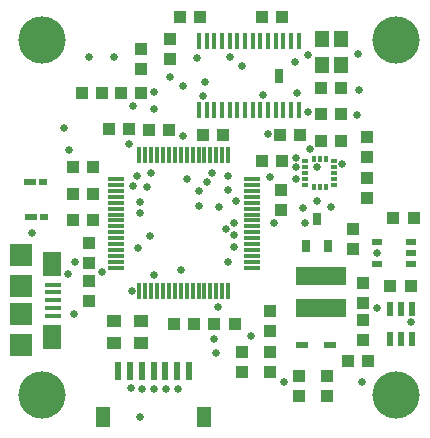
<source format=gbr>
G04 EAGLE Gerber RS-274X export*
G75*
%MOMM*%
%FSLAX34Y34*%
%LPD*%
%INSoldermask Top*%
%IPPOS*%
%AMOC8*
5,1,8,0,0,1.08239X$1,22.5*%
G01*
%ADD10C,4.000000*%
%ADD11R,1.100000X1.000000*%
%ADD12R,1.000000X1.100000*%
%ADD13R,0.700000X1.050000*%
%ADD14R,0.600000X1.250000*%
%ADD15R,0.500000X0.300000*%
%ADD16R,0.300000X0.500000*%
%ADD17R,0.450000X1.475000*%
%ADD18R,0.635000X1.270000*%
%ADD19R,0.300000X1.450000*%
%ADD20R,1.450000X0.300000*%
%ADD21R,4.300000X1.600000*%
%ADD22R,0.700000X0.500000*%
%ADD23R,1.050000X0.500000*%
%ADD24R,0.900000X0.600000*%
%ADD25R,0.600000X1.550000*%
%ADD26R,1.200000X1.800000*%
%ADD27R,1.200000X1.400000*%
%ADD28R,1.300000X1.100000*%
%ADD29R,1.350000X0.400000*%
%ADD30R,1.600000X2.100000*%
%ADD31R,1.900000X1.900000*%
%ADD32R,1.125000X0.500000*%
%ADD33C,0.650000*%


D10*
X45000Y340000D03*
X345000Y340000D03*
X345000Y40000D03*
X45000Y40000D03*
D11*
X342500Y189500D03*
X359500Y189500D03*
X248500Y237500D03*
X231500Y237500D03*
D12*
X320000Y258500D03*
X320000Y241500D03*
D11*
X298500Y255000D03*
X281500Y255000D03*
D12*
X153000Y324000D03*
X153000Y341000D03*
D11*
X263500Y260000D03*
X246500Y260000D03*
X281500Y277500D03*
X298500Y277500D03*
X231500Y360000D03*
X248500Y360000D03*
D12*
X128858Y316044D03*
X128858Y333044D03*
D11*
X198500Y260000D03*
X181500Y260000D03*
X191000Y100000D03*
X208000Y100000D03*
X340000Y132043D03*
X357000Y132043D03*
X118500Y265000D03*
X101500Y265000D03*
D12*
X85000Y136000D03*
X85000Y119000D03*
X247500Y213500D03*
X247500Y196500D03*
D11*
X88500Y232500D03*
X71500Y232500D03*
D12*
X85000Y151500D03*
X85000Y168500D03*
D11*
X173500Y100000D03*
X156500Y100000D03*
D12*
X214500Y59500D03*
X214500Y76500D03*
X317000Y117500D03*
X317000Y134500D03*
X238000Y59500D03*
X238000Y76500D03*
D11*
X304000Y68500D03*
X321000Y68500D03*
D12*
X317000Y103000D03*
X317000Y86000D03*
X320000Y223500D03*
X320000Y206500D03*
D13*
X268500Y166000D03*
X287500Y166000D03*
X278000Y189000D03*
D14*
X358500Y112500D03*
X349000Y112500D03*
X339500Y112500D03*
X339500Y87500D03*
X349000Y87500D03*
X358500Y87500D03*
D15*
X268000Y237500D03*
X268000Y232500D03*
X268000Y227500D03*
X268000Y222500D03*
X268000Y217500D03*
D16*
X275000Y215500D03*
X280000Y215500D03*
X285000Y215500D03*
D15*
X292000Y217500D03*
X292000Y222500D03*
X292000Y227500D03*
X292000Y232500D03*
X292000Y237500D03*
D16*
X285000Y239500D03*
X280000Y239500D03*
X275000Y239500D03*
D17*
X262250Y339380D03*
X255750Y339380D03*
X249250Y339380D03*
X242750Y339380D03*
X236250Y339380D03*
X229750Y339380D03*
X223250Y339380D03*
X216750Y339380D03*
X210250Y339380D03*
X203750Y339380D03*
X197250Y339380D03*
X190750Y339380D03*
X184250Y339380D03*
X177750Y339380D03*
X177750Y280620D03*
X184250Y280620D03*
X190750Y280620D03*
X197250Y280620D03*
X203750Y280620D03*
X210250Y280620D03*
X216750Y280620D03*
X223250Y280620D03*
X229750Y280620D03*
X236250Y280620D03*
X242750Y280620D03*
X249250Y280620D03*
X255750Y280620D03*
X262250Y280620D03*
D18*
X245400Y310000D03*
D19*
X127500Y127500D03*
X132500Y127500D03*
X137500Y127500D03*
X142500Y127500D03*
X147500Y127500D03*
X152500Y127500D03*
X157500Y127500D03*
X162500Y127500D03*
X167500Y127500D03*
X172500Y127500D03*
X177500Y127500D03*
X182500Y127500D03*
X187500Y127500D03*
X192500Y127500D03*
X197500Y127500D03*
X202500Y127500D03*
D20*
X222500Y147500D03*
X222500Y152500D03*
X222500Y157500D03*
X222500Y162500D03*
X222500Y167500D03*
X222500Y172500D03*
X222500Y177500D03*
X222500Y182500D03*
X222500Y187500D03*
X222500Y192500D03*
X222500Y197500D03*
X222500Y202500D03*
X222500Y207500D03*
X222500Y212500D03*
X222500Y217500D03*
X222500Y222500D03*
D19*
X202500Y242500D03*
X197500Y242500D03*
X192500Y242500D03*
X187500Y242500D03*
X182500Y242500D03*
X177500Y242500D03*
X172500Y242500D03*
X167500Y242500D03*
X162500Y242500D03*
X157500Y242500D03*
X152500Y242500D03*
X147500Y242500D03*
X142500Y242500D03*
X137500Y242500D03*
X132500Y242500D03*
X127500Y242500D03*
D20*
X107500Y222500D03*
X107500Y217500D03*
X107500Y212500D03*
X107500Y207500D03*
X107500Y202500D03*
X107500Y197500D03*
X107500Y192500D03*
X107500Y187500D03*
X107500Y182500D03*
X107500Y177500D03*
X107500Y172500D03*
X107500Y167500D03*
X107500Y162500D03*
X107500Y157500D03*
X107500Y152500D03*
X107500Y147500D03*
D21*
X281000Y113500D03*
X281000Y140500D03*
D22*
X45580Y220000D03*
D23*
X34420Y220000D03*
D22*
X46450Y190000D03*
D23*
X35300Y190000D03*
D24*
X357000Y150500D03*
X357000Y160000D03*
X357000Y169500D03*
X329000Y169500D03*
X329000Y150500D03*
D11*
X308500Y180500D03*
X308500Y163500D03*
D12*
X88500Y187500D03*
X71500Y187500D03*
X135283Y264392D03*
X152283Y264392D03*
D11*
X238000Y93500D03*
X238000Y110500D03*
X286000Y38500D03*
X286000Y55500D03*
X262500Y56000D03*
X262500Y39000D03*
D12*
X161500Y360000D03*
X178500Y360000D03*
X281500Y300000D03*
X298500Y300000D03*
X111500Y295000D03*
X128500Y295000D03*
X79000Y295000D03*
X96000Y295000D03*
X88500Y210000D03*
X71500Y210000D03*
D25*
X109400Y59900D03*
X119400Y59900D03*
X129400Y59900D03*
X139400Y59900D03*
X149400Y59900D03*
X159400Y59900D03*
X169400Y59900D03*
D26*
X96400Y21150D03*
X182400Y21150D03*
D27*
X298000Y319000D03*
X298000Y341000D03*
X282000Y341000D03*
X282000Y319000D03*
D28*
X128500Y102000D03*
X105500Y102000D03*
X105500Y84000D03*
X128500Y84000D03*
D29*
X54320Y133000D03*
X54320Y126500D03*
X54320Y120000D03*
X54320Y113500D03*
X54320Y107000D03*
D30*
X53070Y151000D03*
X53070Y89000D03*
D31*
X27570Y132000D03*
X27570Y108000D03*
X27570Y158000D03*
X27570Y82000D03*
D32*
X288620Y82000D03*
X265380Y82000D03*
D33*
X181000Y293000D03*
X259000Y322000D03*
X278000Y204000D03*
X164442Y301697D03*
X357762Y101497D03*
X231956Y293342D03*
X137488Y227358D03*
X312122Y328492D03*
X313543Y297945D03*
X241088Y184984D03*
X202672Y213266D03*
X298644Y235619D03*
X200520Y180557D03*
X67947Y247407D03*
X72312Y108689D03*
X127722Y21308D03*
X222000Y90000D03*
X120000Y46000D03*
X329000Y113000D03*
X140000Y296000D03*
X267731Y185157D03*
X260000Y240000D03*
X121000Y128000D03*
X126000Y164000D03*
X63592Y265425D03*
X36157Y176924D03*
X72865Y151964D03*
X237795Y223908D03*
X328918Y159799D03*
X289461Y198525D03*
X265509Y198143D03*
X272097Y248269D03*
X136626Y174646D03*
X190687Y86816D03*
X202647Y152698D03*
X118607Y252499D03*
X277500Y232500D03*
X207500Y165000D03*
X260000Y232500D03*
X207500Y185000D03*
X260000Y222500D03*
X207500Y175000D03*
X153000Y309000D03*
X236000Y261000D03*
X176000Y325000D03*
X316000Y51000D03*
X312000Y277000D03*
X261000Y295000D03*
X209000Y204000D03*
X214536Y317969D03*
X189000Y228000D03*
X204256Y325825D03*
X202228Y225314D03*
X194044Y114044D03*
X67000Y142000D03*
X195000Y199000D03*
X192060Y75542D03*
X130000Y45000D03*
X185000Y220000D03*
X140000Y45000D03*
X177500Y212500D03*
X150000Y45000D03*
X177464Y200000D03*
X160000Y45000D03*
X167488Y222500D03*
X122000Y284000D03*
X162476Y145612D03*
X95393Y144073D03*
X139402Y141197D03*
X183000Y305000D03*
X164000Y259000D03*
X250000Y51000D03*
X121988Y217000D03*
X125335Y225335D03*
X85000Y326000D03*
X133956Y216044D03*
X106000Y326000D03*
X270000Y328000D03*
X128000Y203000D03*
X270000Y279000D03*
X128000Y194000D03*
X140000Y282000D03*
M02*

</source>
